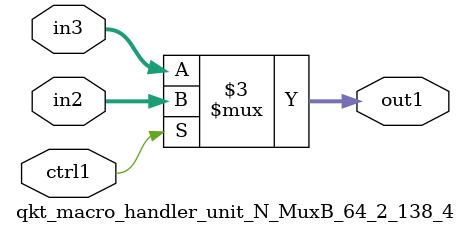
<source format=v>

`timescale 1ps / 1ps


module qkt_macro_handler_unit_N_MuxB_64_2_138_4( in3, in2, ctrl1, out1 );

    input [63:0] in3;
    input [63:0] in2;
    input ctrl1;
    output [63:0] out1;
    reg [63:0] out1;

    
    // rtl_process:qkt_macro_handler_unit_N_MuxB_64_2_138_4/qkt_macro_handler_unit_N_MuxB_64_2_138_4_thread_1
    always @*
      begin : qkt_macro_handler_unit_N_MuxB_64_2_138_4_thread_1
        case (ctrl1) 
          1'b1: 
            begin
              out1 = in2;
            end
          default: 
            begin
              out1 = in3;
            end
        endcase
      end

endmodule



</source>
